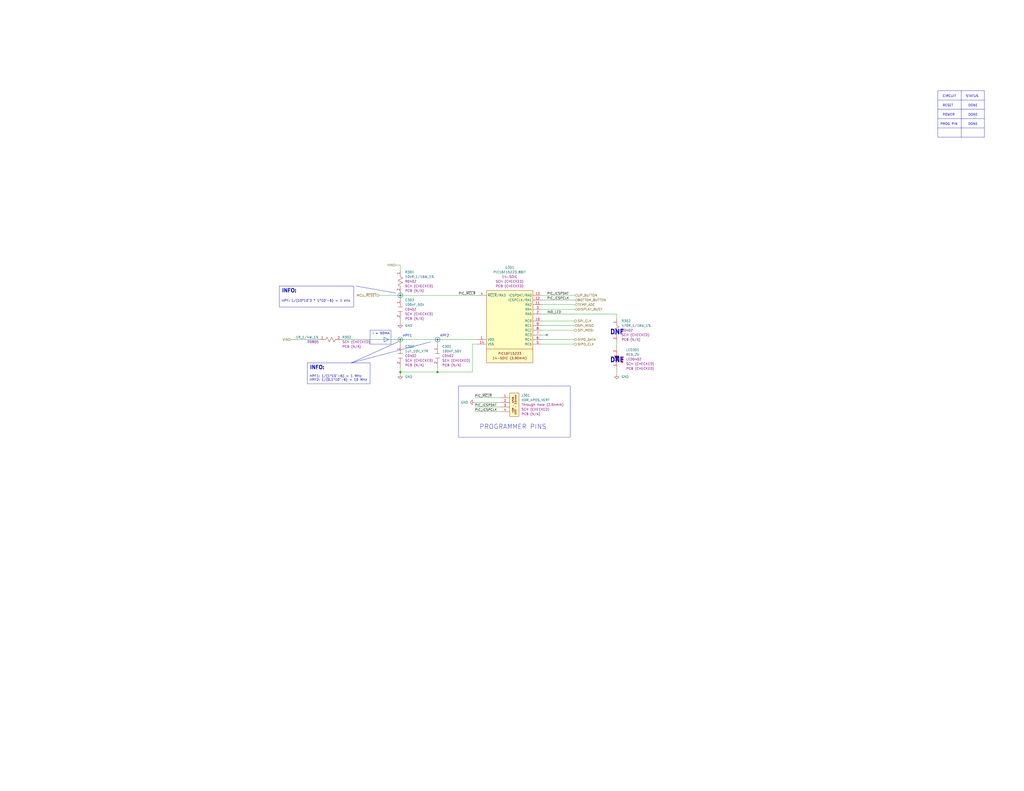
<source format=kicad_sch>
(kicad_sch (version 20230121) (generator eeschema)
  (paper "C")
  (title_block (title "_HW_EPaper") (date "2023-12-18") (rev "v1.0") (company "Mend0z0") (comment 1 "v1.0") (comment 2 "CHECKED") (comment 3 "Siavash Taher Parvar") (comment 4 "_BOM_EPaper.csv") (comment 5 "_HW_EPaper.kicad_pcb") (comment 6 "_GBR_EPaper.zip") (comment 7 "_ASM_EPaper.html") (comment 8 "N/A") (comment 9 "First Release"))
  (lib_symbols
    (symbol "_SCHLIB_Epaper:CAP_100nF_50V_X7R_C0402"
      (property "Reference" "C" (at 2.54 3.81 0))
      (property "Value" "100nF_50V" (at 2.54 6.35 0))
      (property "Package" "C0402" (at 2.54 29.21 0))
      (property "SCH CHECK" "SCH (CHECKED)" (at 2.54 31.75 0))
      (property "PCB CHECK" "PCB (N/A)" (at 2.54 34.29 0))
      (symbol "CAP_100nF_50V_X7R_C0402_0_1"
        (polyline (pts (xy 5.08 1.27) (xy 5.08 -1.27)))
        (polyline (pts (xy 7.62 1.27) (xy 7.62 -1.27)))
      )
      (symbol "CAP_100nF_50V_X7R_C0402_1_1"
        (pin passive line (at 0 0 0) (length 5.08) (name "") (number "1"))
        (pin passive line (at 12.7 0 180) (length 5.08) (name "") (number "2"))
      )
    )
    (symbol "_SCHLIB_Epaper:CAP_1uF_10V_X7R_C0402"
      (property "Reference" "C" (at 2.54 3.81 0))
      (property "Value" "1uF_10V_X7R" (at 2.54 6.35 0))
      (property "Package" "C0402" (at 2.54 29.21 0))
      (property "SCH CHECK" "SCH (CHECKED)" (at 2.54 31.75 0))
      (property "PCB CHECK" "PCB (N/A)" (at 2.54 34.29 0))
      (symbol "CAP_1uF_10V_X7R_C0402_0_1"
        (polyline (pts (xy 5.08 1.27) (xy 5.08 -1.27)))
        (polyline (pts (xy 7.62 1.27) (xy 7.62 -1.27)))
      )
      (symbol "CAP_1uF_10V_X7R_C0402_1_1"
        (pin passive line (at 0 0 0) (length 5.08) (name "") (number "1"))
        (pin passive line (at 12.7 0 180) (length 5.08) (name "") (number "2"))
      )
    )
    (symbol "_SCHLIB_Epaper:CONN_HEADER_4POS_1ROW_VERT_2.54mm"
      (property "Reference" "J" (at 2.54 3.81 0))
      (property "Value" "HDR_4POS_VERT" (at 2.54 6.35 0))
      (property "Package" "Through Hole (2.54mm)" (at 2.54 29.21 0))
      (property "SCH CHECK" "SCH (CHECKED)" (at 2.54 31.75 0))
      (property "PCB CHECK" "PCB (N/A)" (at 2.54 34.29 0))
      (symbol "CONN_HEADER_4POS_1ROW_VERT_2.54mm_1_1"
        (rectangle (start 0 0) (end 5.08 -12.7) (fill (type background)))
        (text "HDR - 4POS\nVERT - 2.54mm" (at 2.54 -6.35 900) (effects (font (size 0.889 0.889))))
        (pin passive line (at -5.08 -2.54 0) (length 5.08) (name "") (number "1"))
        (pin passive line (at -5.08 -5.08 0) (length 5.08) (name "") (number "2"))
        (pin passive line (at -5.08 -7.62 0) (length 5.08) (name "") (number "3"))
        (pin passive line (at -5.08 -10.16 0) (length 5.08) (name "") (number "4"))
      )
    )
    (symbol "_SCHLIB_Epaper:LED_RED_2V_624nm_LED0402"
      (property "Reference" "LED" (at 2.54 6.35 0))
      (property "Value" "RED_2V" (at 2.54 8.89 0))
      (property "Package" "LED0402" (at 2.54 31.75 0))
      (property "SCH CHECK" "SCH (CHECKED)" (at 2.54 34.29 0))
      (property "PCB CHECK" "PCB (CHECKED)" (at 2.54 36.83 0))
      (symbol "LED_RED_2V_624nm_LED0402_0_1"
        (polyline (pts (xy 5.588 1.905) (xy 6.604 2.794)))
        (polyline (pts (xy 7.239 1.905) (xy 8.001 2.667)))
        (polyline (pts (xy 7.62 -1.27) (xy 7.62 1.27)))
        (polyline (pts (xy 5.08 1.27) (xy 5.08 -1.27) (xy 7.62 0) (xy 5.08 1.27)) (fill (type outline)))
        (polyline (pts (xy 6.223 3.302) (xy 7.112 2.413) (xy 7.366 3.556) (xy 6.223 3.302)) (fill (type outline)))
        (polyline (pts (xy 7.62 3.175) (xy 8.509 2.286) (xy 8.763 3.429) (xy 7.62 3.175)) (fill (type outline)))
      )
      (symbol "LED_RED_2V_624nm_LED0402_1_1"
        (pin passive line (at 12.7 0 180) (length 5.08) (name "") (number "1"))
        (pin passive line (at 0 0 0) (length 5.08) (name "") (number "2"))
      )
    )
    (symbol "_SCHLIB_Epaper:MCU_PIC16F15223-E/SL_8BIT_14-SOIC"
      (property "Reference" "U" (at 2.54 2.54 0))
      (property "Value" "PIC16F15223_8BIT" (at 2.54 5.08 0))
      (property "Package" "14-SOIC" (at 2.54 27.94 0))
      (property "SCH CHECK" "SCH (CHECKED)" (at 2.54 30.48 0))
      (property "PCB CHECK" "PCB (CHECKED)" (at 2.54 33.02 0))
      (symbol "MCU_PIC16F15223-E/SL_8BIT_14-SOIC_0_0"
        (text "14-SOIC (3.90mm)" (at 12.7 -36.83 0) (effects (font (size 1.27 1.27))))
        (text "PIC16F15223" (at 12.7 -34.29 0) (effects (font (size 1.27 1.27))))
      )
      (symbol "MCU_PIC16F15223-E/SL_8BIT_14-SOIC_0_1"
        (polyline (pts (xy 0 -31.75) (xy 25.4 -31.75)))
        (rectangle (start 0 0) (end 25.4 -39.37) (fill (type background)))
      )
      (symbol "MCU_PIC16F15223-E/SL_8BIT_14-SOIC_1_1"
        (pin passive line (at -5.08 -26.67 0) (length 5.08) (name "VDD") (number "1"))
        (pin passive line (at 30.48 -16.51 180) (length 5.08) (name "RC0") (number "10"))
        (pin passive line (at 30.48 -7.62 180) (length 5.08) (name "RA2") (number "11"))
        (pin passive line (at 30.48 -5.08 180) (length 5.08) (name "ICSPCLK/RA1") (number "12"))
        (pin passive line (at 30.48 -2.54 180) (length 5.08) (name "ICSPDAT/RA0") (number "13"))
        (pin passive line (at -5.08 -29.21 0) (length 5.08) (name "VSS") (number "14"))
        (pin passive line (at 30.48 -12.7 180) (length 5.08) (name "RA5") (number "2"))
        (pin passive line (at 30.48 -10.16 180) (length 5.08) (name "RA4") (number "3"))
        (pin passive line (at -5.08 -2.54 0) (length 5.08) (name "~{MCLR}/RA3") (number "4"))
        (pin passive line (at 30.48 -29.21 180) (length 5.08) (name "RC5") (number "5"))
        (pin passive line (at 30.48 -26.67 180) (length 5.08) (name "RC4") (number "6"))
        (pin passive line (at 30.48 -24.13 180) (length 5.08) (name "RC3") (number "7"))
        (pin passive line (at 30.48 -21.59 180) (length 5.08) (name "RC2") (number "8"))
        (pin passive line (at 30.48 -19.05 180) (length 5.08) (name "RC1") (number "9"))
      )
    )
    (symbol "_SCHLIB_Epaper:RES_10kR_1/16W_1%_R0402"
      (property "Reference" "R" (at 2.54 3.81 0))
      (property "Value" "10kR_1/16W_1%" (at 2.54 6.35 0))
      (property "Package" "R0402" (at 2.54 29.21 0))
      (property "SCH CHECK" "SCH (CHECKED)" (at 2.54 31.75 0))
      (property "PCB CHECK" "PCB (N/A)" (at 2.54 34.29 0))
      (symbol "RES_10kR_1/16W_1%_R0402_0_1"
        (polyline (pts (xy 3.81 0) (xy 4.445 1.27) (xy 5.715 -1.27) (xy 6.985 1.27) (xy 8.255 -1.27) (xy 8.89 0)))
      )
      (symbol "RES_10kR_1/16W_1%_R0402_1_1"
        (pin passive line (at 0 0 0) (length 3.81) (name "") (number "1"))
        (pin passive line (at 12.7 0 180) (length 3.81) (name "") (number "2"))
      )
    )
    (symbol "_SCHLIB_Epaper:RES_1R_1/4W_1%_R0805"
      (property "Reference" "R" (at 2.54 3.81 0))
      (property "Value" "1R_1/4W_1%" (at 2.54 6.35 0))
      (property "Package" "R0805" (at 2.54 29.21 0))
      (property "SCH CHECK" "SCH (CHECKED)" (at 2.54 31.75 0))
      (property "PCB CHECK" "PCB (N/A)" (at 2.54 34.29 0))
      (symbol "RES_1R_1/4W_1%_R0805_0_1"
        (polyline (pts (xy 3.81 0) (xy 4.445 1.27) (xy 5.715 -1.27) (xy 6.985 1.27) (xy 8.255 -1.27) (xy 8.89 0)))
      )
      (symbol "RES_1R_1/4W_1%_R0805_1_1"
        (pin passive line (at 0 0 0) (length 3.81) (name "") (number "1"))
        (pin passive line (at 12.7 0 180) (length 3.81) (name "") (number "2"))
      )
    )
    (symbol "_SCHLIB_Epaper:RES_470R_1/16W_1%_R0402"
      (property "Reference" "R" (at 2.54 3.81 0))
      (property "Value" "470R_1/16W_1%" (at 2.54 6.35 0))
      (property "Package" "R0402" (at 2.54 29.21 0))
      (property "SCH CHECK" "SCH (CHECKED)" (at 2.54 31.75 0))
      (property "PCB CHECK" "PCB (N/A)" (at 2.54 34.29 0))
      (symbol "RES_470R_1/16W_1%_R0402_0_1"
        (polyline (pts (xy 3.81 0) (xy 4.445 1.27) (xy 5.715 -1.27) (xy 6.985 1.27) (xy 8.255 -1.27) (xy 8.89 0)))
      )
      (symbol "RES_470R_1/16W_1%_R0402_1_1"
        (pin passive line (at 0 0 0) (length 3.81) (name "") (number "1"))
        (pin passive line (at 12.7 0 180) (length 3.81) (name "") (number "2"))
      )
    )
    (symbol "power:GND" (power) (pin_names (offset 0))
      (property "Value" "GND" (at 0 -3.81 0))
      (symbol "GND_0_1"
        (polyline (pts (xy 0 0) (xy 0 -1.27) (xy 1.27 -1.27) (xy 0 -2.54) (xy -1.27 -1.27) (xy 0 -1.27)))
      )
      (symbol "GND_1_1"
        (pin power_in line (at 0 0 270) (length 0) hide (name "GND") (number "1"))
      )
    )
  )
  (junction (at 218.44 185.42))
  (junction (at 238.76 203.2))
  (junction (at 218.44 203.2))
  (junction (at 218.44 161.29))
  (junction (at 238.76 185.42))
  (no_connect (at 298.45 182.88))
  (wire (pts (xy 218.44 175.26) (xy 218.44 176.53)))
  (wire (pts (xy 336.55 186.69) (xy 336.55 189.23)))
  (wire (pts (xy 238.76 185.42) (xy 238.76 187.96)))
  (wire (pts (xy 218.44 144.78) (xy 218.44 147.32)))
  (wire (pts (xy 207.01 161.29) (xy 218.44 161.29)))
  (polyline (pts (xy 213.36 180.34) (xy 213.36 187.96)))
  (wire (pts (xy 257.81 203.2) (xy 238.76 203.2)))
  (wire (pts (xy 218.44 200.66) (xy 218.44 203.2)))
  (polyline (pts (xy 511.81 59.69) (xy 537.21 59.69)))
  (wire (pts (xy 218.44 160.02) (xy 218.44 161.29)))
  (wire (pts (xy 259.08 222.25) (xy 273.05 222.25)))
  (polyline (pts (xy 209.55 184.15) (xy 212.09 185.42)))
  (wire (pts (xy 313.69 180.34) (xy 295.91 180.34)))
  (polyline (pts (xy 201.93 180.34) (xy 213.36 180.34)))
  (wire (pts (xy 218.44 161.29) (xy 218.44 162.56)))
  (wire (pts (xy 273.05 217.17) (xy 259.08 217.17)))
  (wire (pts (xy 218.44 185.42) (xy 238.76 185.42)))
  (wire (pts (xy 218.44 203.2) (xy 218.44 204.47)))
  (polyline (pts (xy 524.51 49.53) (xy 524.51 74.93)))
  (wire (pts (xy 295.91 163.83) (xy 313.69 163.83)))
  (wire (pts (xy 295.91 171.45) (xy 336.55 171.45)))
  (wire (pts (xy 186.69 185.42) (xy 218.44 185.42)))
  (wire (pts (xy 259.08 224.79) (xy 273.05 224.79)))
  (wire (pts (xy 313.69 175.26) (xy 295.91 175.26)))
  (polyline (pts (xy 511.81 54.61) (xy 537.21 54.61)))
  (wire (pts (xy 218.44 187.96) (xy 218.44 185.42)))
  (polyline (pts (xy 209.55 184.15) (xy 209.55 186.69)))
  (wire (pts (xy 295.91 168.91) (xy 313.69 168.91)))
  (wire (pts (xy 257.81 187.96) (xy 257.81 203.2)))
  (wire (pts (xy 298.45 182.88) (xy 295.91 182.88)))
  (wire (pts (xy 215.9 144.78) (xy 218.44 144.78)))
  (polyline (pts (xy 194.31 156.21) (xy 215.9 160.02)))
  (wire (pts (xy 336.55 204.47) (xy 336.55 201.93)))
  (wire (pts (xy 313.69 187.96) (xy 295.91 187.96)))
  (polyline (pts (xy 191.77 198.12) (xy 234.95 186.69)))
  (wire (pts (xy 295.91 177.8) (xy 313.69 177.8)))
  (wire (pts (xy 313.69 166.37) (xy 295.91 166.37)))
  (polyline (pts (xy 201.93 180.34) (xy 201.93 187.96)))
  (wire (pts (xy 158.75 185.42) (xy 173.99 185.42)))
  (wire (pts (xy 336.55 173.99) (xy 336.55 171.45)))
  (wire (pts (xy 260.35 187.96) (xy 257.81 187.96)))
  (wire (pts (xy 260.35 161.29) (xy 218.44 161.29)))
  (polyline (pts (xy 511.81 69.85) (xy 537.21 69.85)))
  (polyline (pts (xy 191.77 198.12) (xy 217.17 186.69)))
  (wire (pts (xy 259.08 219.71) (xy 273.05 219.71)))
  (polyline (pts (xy 209.55 186.69) (xy 212.09 185.42)))
  (wire (pts (xy 260.35 185.42) (xy 238.76 185.42)))
  (wire (pts (xy 313.69 185.42) (xy 295.91 185.42)))
  (wire (pts (xy 218.44 203.2) (xy 238.76 203.2)))
  (polyline (pts (xy 213.36 187.96) (xy 201.93 187.96)))
  (wire (pts (xy 238.76 203.2) (xy 238.76 200.66)))
  (wire (pts (xy 295.91 161.29) (xy 313.69 161.29)))
  (polyline (pts (xy 511.81 64.77) (xy 537.21 64.77)))
  (rectangle (start 152.4 156.21) (end 193.04 167.64))
  (rectangle (start 511.81 49.53) (end 537.21 74.93))
  (circle (center 218.44 185.42) (radius 1.27))
  (rectangle (start 167.64 198.12) (end 201.93 209.55))
  (circle (center 238.76 185.42) (radius 1.27))
  (circle (center 218.44 161.29) (radius 1.27))
  (rectangle (start 250.19 210.82) (end 311.15 238.76))
  (text "HPF1" (at 219.71 184.15 0) (effects (font (size 1.27 1.27)) (justify left bottom)))
  (text "RESET" (at 514.35 58.42 0) (effects (font (size 1.27 1.27)) (justify left bottom)))
  (text "DNF" (at 332.74 182.88 0) (effects (font (size 2.54 2.54) (thickness 0.508) bold) (justify left bottom)))
  (text "DONE" (at 528.32 63.5 0) (effects (font (size 1.27 1.27)) (justify left bottom)))
  (text "INFO:" (at 168.91 201.93 0) (effects (font (size 2 2) (thickness 0.4) bold) (justify left bottom)))
  (text "PROG PIN" (at 513.08 68.58 0) (effects (font (size 1.27 1.27)) (justify left bottom)))
  (text "POWER" (at 514.35 63.5 0) (effects (font (size 1.27 1.27)) (justify left bottom)))
  (text "DONE" (at 528.32 58.42 0) (effects (font (size 1.27 1.27)) (justify left bottom)))
  (text "DONE" (at 528.32 68.58 0) (effects (font (size 1.27 1.27)) (justify left bottom)))
  (text "HPF: 1/(10*10^3 * 1*10^-6) = 1 kHz" (at 153.67 165.1 0) (effects (font (size 1.27 1.27)) (justify left bottom)))
  (text "I = 50mA" (at 203.2 182.88 0) (effects (font (size 1.27 1.27)) (justify left bottom)))
  (text "INFO:" (at 153.67 160.02 0) (effects (font (size 2 2) (thickness 0.4) bold) (justify left bottom)))
  (text "HPF1: 1/(1*10^-6) = 1 MHz\nHPF2: 1/(0.1*10^-6) = 10 MHz" (at 168.91 208.28 0) (effects (font (size 1.27 1.27)) (justify left bottom)))
  (text "HPF2" (at 240.03 184.15 0) (effects (font (size 1.27 1.27)) (justify left bottom)))
  (text "DNF" (at 332.74 198.12 0) (effects (font (size 2.54 2.54) (thickness 0.508) bold) (justify left bottom)))
  (text "STATUS" (at 527.05 53.34 0) (effects (font (size 1.27 1.27)) (justify left bottom)))
  (text "PROGRAMMER PINS\n\n" (at 261.62 238.76 0) (effects (font (size 2.54 2.54)) (justify left bottom)))
  (text "CIRCUIT" (at 514.35 53.34 0) (effects (font (size 1.27 1.27)) (justify left bottom)))
  (label "PIC_ICSPDAT" (at 259.08 222.25 0))
  (label "IND_LED" (at 298.45 171.45 0))
  (label "PIC_ICSPCLK" (at 259.08 224.79 0))
  (label "PIC_~{MCLR}" (at 259.08 217.17 0))
  (label "PIC_ICSPDAT" (at 298.45 161.29 0))
  (label "PIC_~{MCLR}" (at 250.19 161.29 0))
  (label "PIC_ICSPCLK" (at 298.45 163.83 0))
  (hierarchical_label "SPI_CLK" (shape output) (at 313.69 175.26 0))
  (hierarchical_label "SIPO_CLK" (shape output) (at 313.69 187.96 0))
  (hierarchical_label "UP_BUTTON" (shape input) (at 313.69 161.29 0))
  (hierarchical_label "TEMP_ADC" (shape input) (at 313.69 166.37 0))
  (hierarchical_label "SPI_MISO" (shape input) (at 313.69 177.8 0))
  (hierarchical_label "BOTTOM_BUTTON" (shape input) (at 313.69 163.83 0))
  (hierarchical_label "MCU_~{RESET}" (shape input) (at 207.01 161.29 180))
  (hierarchical_label "DISPLAY_BUSY" (shape input) (at 313.69 168.91 0))
  (hierarchical_label "SIPO_DATA" (shape output) (at 313.69 185.42 0))
  (hierarchical_label "SPI_MOSI" (shape output) (at 313.69 180.34 0))
  (hierarchical_label "VIN" (shape input) (at 158.75 185.42 180))
  (hierarchical_label "VIN" (shape input) (at 215.9 144.78 180))
  (symbol (lib_id "_SCHLIB_Epaper:RES_470R_1/16W_1%_R0402") (at 336.55 173.99 270) (unit 1)
    (property "Reference" "R302" (at 339.09 175.26 90) (effects (justify left)))
    (property "Value" "470R_1/16W_1%" (at 339.09 177.8 90) (effects (justify left)))
    (property "Footprint" "Resistor_SMD:R_0402_1005Metric" (effects hide))
    (property "Datasheet" "https://www.bourns.com/docs/product-datasheets/cr.pdf?sfvrsn=574d41f6_14" (effects hide))
    (property "Description" "470 Ohms ±1% 0.063W, 1/16W Chip Resistor 0402 (1005 Metric) Thick Film" (effects hide))
    (property "Link" "https://www.digikey.ca/en/products/detail/bourns-inc/CR0402-FX-4700GLF/3783391" (effects hide))
    (property "Package" "R0402" (at 339.09 180.34 90) (effects (justify left)))
    (property "SCH CHECK" "SCH (CHECKED)" (at 339.09 182.88 90) (effects (justify left)))
    (property "PCB CHECK" "PCB (N/A)" (at 339.09 185.42 90) (effects (justify left)))
    (property "Part Number (Manufacturer)" "CR0402-FX-4700GLF" (effects hide))
    (property "Manufacturer" "Bourns Inc." (effects hide))
    (property "Part Number (Vendor)" "CR0402-FX-4700GLFTR-ND" (effects hide))
    (property "Vendor" "Digikey" (effects hide))
  )
  (symbol (lib_id "_SCHLIB_Epaper:MCU_PIC16F15223-E/SL_8BIT_14-SOIC") (at 265.43 158.75 0) (unit 1)
    (property "Reference" "U301" (at 278.13 146.05 0))
    (property "Value" "PIC16F15223_8BIT" (at 278.13 148.59 0))
    (property "Footprint" "Package_SO:SO-14_3.9x8.65mm_P1.27mm" (effects hide))
    (property "Datasheet" "https://ww1.microchip.com/downloads/en/DeviceDoc/PIC16F15213-14-23-24-43-44-Data-Sheet-40002195D.pdf" (effects hide))
    (property "Description" "PIC PIC® 16F, Functional Safety (FuSa) Microcontroller IC 8-Bit 32MHz 3.5KB (2K x 14) FLASH 14-SOIC" (effects hide))
    (property "Link" "https://www.digikey.ca/en/products/detail/microchip-technology/PIC16F15223-E-SL/12807315" (effects hide))
    (property "Package" "14-SOIC" (at 278.13 151.13 0))
    (property "SCH CHECK" "SCH (CHECKED)" (at 278.13 153.67 0))
    (property "PCB CHECK" "PCB (CHECKED)" (at 278.13 156.21 0))
    (property "Part Number (Manufacturer)" "PIC16F15223-E/SL" (effects hide))
    (property "Manufacturer" "Microchip Technology" (effects hide))
    (property "Part Number (Vendor)" "150-PIC16F15223-E/SL-ND" (effects hide))
    (property "Vendor" "Digikey" (effects hide))
  )
  (symbol (lib_id "_SCHLIB_Epaper:CAP_1uF_10V_X7R_C0402") (at 218.44 187.96 270) (unit 1)
    (property "Reference" "C302" (at 220.98 189.23 90) (effects (justify left)))
    (property "Value" "1uF_10V_X7R" (at 220.98 191.77 90) (effects (justify left)))
    (property "Footprint" "Capacitor_SMD:C_0402_1005Metric" (effects hide))
    (property "Datasheet" "https://search.murata.co.jp/Ceramy/image/img/A01X/G101/ENG/GRM155Z71A105KE01-01.pdf" (effects hide))
    (property "Description" "1 µF ±10% 10V Ceramic Capacitor X7R 0402 (1005 Metric)" (effects hide))
    (property "Link" "https://www.digikey.ca/en/products/detail/murata-electronics/GRM155Z71A105KE01D/13905035" (effects hide))
    (property "Package" "C0402" (at 220.98 194.31 90) (effects (justify left)))
    (property "SCH CHECK" "SCH (CHECKED)" (at 220.98 196.85 90) (effects (justify left)))
    (property "PCB CHECK" "PCB (N/A)" (at 220.98 199.39 90) (effects (justify left)))
    (property "Manufacturer" "Murata Electronics" (effects hide))
    (property "Part Number (Manufacturer)" "GRM155Z71A105KE01D" (effects hide))
    (property "Part Number (Vendor)" "490-GRM155Z71A105KE01DTR-ND" (effects hide))
    (property "Vendor" "Digikey" (effects hide))
  )
  (symbol (lib_id "power:GND") (at 336.55 204.47 0) (unit 1)
    (property "Reference" "#PWR0302" (effects hide))
    (property "Value" "GND" (at 339.09 205.74 0) (effects (justify left)))
    (instances (project "[03] - MCU" (path "" (reference "#PWR0302") (unit 1))) (project "_HW_EPen" (path "" (reference "#PWR0302") (unit 1))) (project "_HW_EPaper" (path "" (reference "#PWR0303") (unit 1))))
  )
  (symbol (lib_id "_SCHLIB_Epaper:LED_RED_2V_624nm_LED0402") (at 336.55 189.23 270) (unit 1)
    (property "Reference" "LED301" (at 341.63 191.0715 90) (effects (justify left)))
    (property "Value" "RED_2V" (at 341.63 193.6115 90) (effects (justify left)))
    (property "Footprint" "LED_SMD:LED_0402_1005Metric" (effects hide))
    (property "Datasheet" "https://media.digikey.com/pdf/Data%20Sheets/Harvatek%20PDFs/B2841USD-20D001014U1930.pdf" (effects hide))
    (property "Description" "Red 624nm LED Indication - Discrete 2V 0402 (1005 Metric)" (effects hide))
    (property "Link" "https://www.digikey.ca/en/products/detail/harvatek-corporation/B2841USD-20D001014U1930/16729514?s=N4IgTCBcDaIEJgBwBYCMBVAygEQLRgAZsCDVTl1UBOAZgJAF0BfIA" (effects hide))
    (property "Package" "LED0402" (at 341.63 196.1515 90) (effects (justify left)))
    (property "SCH CHECK" "SCH (CHECKED)" (at 341.63 198.6915 90) (effects (justify left)))
    (property "PCB CHECK" "PCB (CHECKED)" (at 341.63 201.2315 90) (effects (justify left)))
    (property "Part Number (Manufacturer)" "B2841USD-20D001014U1930" (effects hide))
    (property "Manufacturer" "Harvatek Corporation" (effects hide))
    (property "Part Number (Vendor)" "3147-B2841USD-20D001014U1930TR-ND" (effects hide))
    (property "Vendor" "Digikey" (effects hide))
  )
  (symbol (lib_id "_SCHLIB_Epaper:CAP_100nF_50V_X7R_C0402") (at 238.76 187.96 270) (unit 1)
    (property "Reference" "C301" (at 241.3 189.23 90) (effects (justify left)))
    (property "Value" "100nF_50V" (at 241.3 191.77 90) (effects (justify left)))
    (property "Footprint" "Capacitor_SMD:C_0402_1005Metric" (effects hide))
    (property "Datasheet" "https://search.murata.co.jp/Ceramy/image/img/A01X/G101/ENG/GRM155R71H104KE14-01.pdf" (effects hide))
    (property "Description" "0.1 µF ±10% 50V Ceramic Capacitor X7R 0402 (1005 Metric)" (effects hide))
    (property "Link" "https://www.digikey.ca/en/products/detail/murata-electronics/GRM155R71H104KE14J/4905180" (effects hide))
    (property "Package" "C0402" (at 241.3 194.31 90) (effects (justify left)))
    (property "SCH CHECK" "SCH (CHECKED)" (at 241.3 196.85 90) (effects (justify left)))
    (property "PCB CHECK" "PCB (N/A)" (at 241.3 199.39 90) (effects (justify left)))
    (property "Part Number (Manufacturer)" "GRM155R71H104KE14J" (effects hide))
    (property "Manufacturer" "Murata Electronics" (effects hide))
    (property "Part Number (Vendor)" "490-13342-2-ND" (effects hide))
    (property "Vendor" "Digikey" (effects hide))
    (instances (project "[03] - MCU" (path "" (reference "C301") (unit 1))) (project "_HW_EPen" (path "" (reference "C301") (unit 1))) (project "_HW_EPaper" (path "" (reference "C303") (unit 1))))
  )
  (symbol (lib_id "_SCHLIB_Epaper:RES_1R_1/4W_1%_R0805") (at 173.99 185.42 0) (unit 1)
    (property "Reference" "R302" (at 189.23 184.15 0))
    (property "Value" "1R_1/4W_1%" (at 167.64 184.15 0))
    (property "Footprint" "Resistor_SMD:R_0805_2012Metric" (effects hide))
    (property "Datasheet" "https://www.seielect.com/catalog/sei-rncp.pdf" (effects hide))
    (property "Description" "1 Ohms ±1% 0.25W, 1/4W Chip Resistor 0805 (2012 Metric) Anti-Sulfur Thin Film" (effects hide))
    (property "Link" "https://www.digikey.ca/en/products/detail/stackpole-electronics-inc/RNCP0805FTD1R00/2240195" (effects hide))
    (property "Package" "R0805" (at 167.64 186.69 0) (effects (justify left)))
    (property "SCH CHECK" "SCH (CHECKED)" (at 186.69 186.69 0) (effects (justify left)))
    (property "PCB CHECK" "PCB (N/A)" (at 186.69 189.23 0) (effects (justify left)))
    (property "Part Number (Manufacturer)" "RNCP0805FTD1R00" (effects hide))
    (property "Manufacturer" "Stackpole Electronics Inc" (effects hide))
    (property "Part Number (Vendor)" "RNCP0805FTD1R00TR-ND" (effects hide))
    (property "Vendor" "Digikey" (effects hide))
    (instances (project "[03] - MCU" (path "" (reference "R302") (unit 1))) (project "_HW_EPen" (path "" (reference "R302") (unit 1))) (project "_HW_EPaper" (path "" (reference "R303") (unit 1))))
  )
  (symbol (lib_id "power:GND") (at 259.08 219.71 270) (unit 1)
    (property "Reference" "#PWR0304" (effects hide))
    (property "Value" "GND" (at 251.46 219.71 90) (effects (justify left)))
  )
  (symbol (lib_id "_SCHLIB_Epaper:CONN_HEADER_4POS_1ROW_VERT_2.54mm") (at 278.13 214.63 0) (unit 1)
    (property "Reference" "J301" (at 284.48 215.9 0) (effects (justify left)))
    (property "Value" "HDR_4POS_VERT" (at 284.48 218.44 0) (effects (justify left)))
    (property "Footprint" "Connector_PinHeader_2.54mm:PinHeader_1x04_P2.54mm_Vertical" (effects hide))
    (property "Datasheet" "https://app.adam-tech.com/products/download/data_sheet/201605/ph1-xx-ua-data-sheet.pdf" (effects hide))
    (property "Description" "Connector Header Through Hole 4 position 0.100\" (2.54mm)" (effects hide))
    (property "Link" "https://www.digikey.ca/en/products/detail/adam-tech/PH1-04-UA/9829296" (effects hide))
    (property "Package" "Through Hole (2.54mm)" (at 284.48 220.98 0) (effects (justify left)))
    (property "SCH CHECK" "SCH (CHECKED)" (at 284.48 223.52 0) (effects (justify left)))
    (property "PCB CHECK" "PCB (N/A)" (at 284.48 226.06 0) (effects (justify left)))
    (property "Part Number (Manufacturer)" "PH1-04-UA" (effects hide))
    (property "Manufacturer" "Adam Tech" (effects hide))
    (property "Part Number (Vendor)" "2057-PH1-04-UA-ND" (effects hide))
    (property "Vendor" "Digikey" (effects hide))
  )
  (symbol (lib_id "power:GND") (at 218.44 176.53 0) (unit 1)
    (property "Reference" "#PWR0301" (effects hide))
    (property "Value" "GND" (at 220.98 177.8 0) (effects (justify left)))
  )
  (symbol (lib_id "_SCHLIB_Epaper:CAP_100nF_50V_X7R_C0402") (at 218.44 162.56 270) (unit 1)
    (property "Reference" "C303" (at 220.98 163.83 90) (effects (justify left)))
    (property "Value" "100nF_50V" (at 220.98 166.37 90) (effects (justify left)))
    (property "Footprint" "Capacitor_SMD:C_0402_1005Metric" (effects hide))
    (property "Datasheet" "https://search.murata.co.jp/Ceramy/image/img/A01X/G101/ENG/GRM155R71H104KE14-01.pdf" (effects hide))
    (property "Description" "0.1 µF ±10% 50V Ceramic Capacitor X7R 0402 (1005 Metric)" (effects hide))
    (property "Link" "https://www.digikey.ca/en/products/detail/murata-electronics/GRM155R71H104KE14J/4905180" (effects hide))
    (property "Package" "C0402" (at 220.98 168.91 90) (effects (justify left)))
    (property "SCH CHECK" "SCH (CHECKED)" (at 220.98 171.45 90) (effects (justify left)))
    (property "PCB CHECK" "PCB (N/A)" (at 220.98 173.99 90) (effects (justify left)))
    (property "Part Number (Manufacturer)" "GRM155R71H104KE14J" (effects hide))
    (property "Manufacturer" "Murata Electronics" (effects hide))
    (property "Part Number (Vendor)" "490-13342-2-ND" (effects hide))
    (property "Vendor" "Digikey" (effects hide))
    (instances (project "[03] - MCU" (path "" (reference "C303") (unit 1))) (project "_HW_EPen" (path "" (reference "C303") (unit 1))) (project "_HW_EPaper" (path "" (reference "C301") (unit 1))))
  )
  (symbol (lib_id "power:GND") (at 218.44 204.47 0) (unit 1)
    (property "Reference" "#PWR0302" (effects hide))
    (property "Value" "GND" (at 220.98 205.74 0) (effects (justify left)))
  )
  (symbol (lib_id "_SCHLIB_Epaper:RES_10kR_1/16W_1%_R0402") (at 218.44 147.32 270) (unit 1)
    (property "Reference" "R301" (at 220.98 148.59 90) (effects (justify left)))
    (property "Value" "10kR_1/16W_1%" (at 220.98 151.13 90) (effects (justify left)))
    (property "Footprint" "Resistor_SMD:R_0402_1005Metric" (effects hide))
    (property "Datasheet" "https://www.bourns.com/docs/product-datasheets/cr.pdf?sfvrsn=574d41f6_14" (effects hide))
    (property "Description" "10 kOhms ±1% 0.063W, 1/16W Chip Resistor 0402 (1005 Metric) Thick Film" (effects hide))
    (property "Link" "https://www.digikey.ca/en/products/detail/bourns-inc/CR0402-FX-1002GLF/3593192" (effects hide))
    (property "Package" "R0402" (at 220.98 153.67 90) (effects (justify left)))
    (property "SCH CHECK" "SCH (CHECKED)" (at 220.98 156.21 90) (effects (justify left)))
    (property "PCB CHECK" "PCB (N/A)" (at 220.98 158.75 90) (effects (justify left)))
    (property "Part Number (Manufacturer)" "CR0402-FX-1002GLF" (effects hide))
    (property "Manufacturer" "Bourns Inc." (effects hide))
    (property "Part Number (Vendor)" "CR0402-FX-1002GLFTR-ND" (effects hide))
    (property "Vendor" "Digikey" (effects hide))
  )
)
</source>
